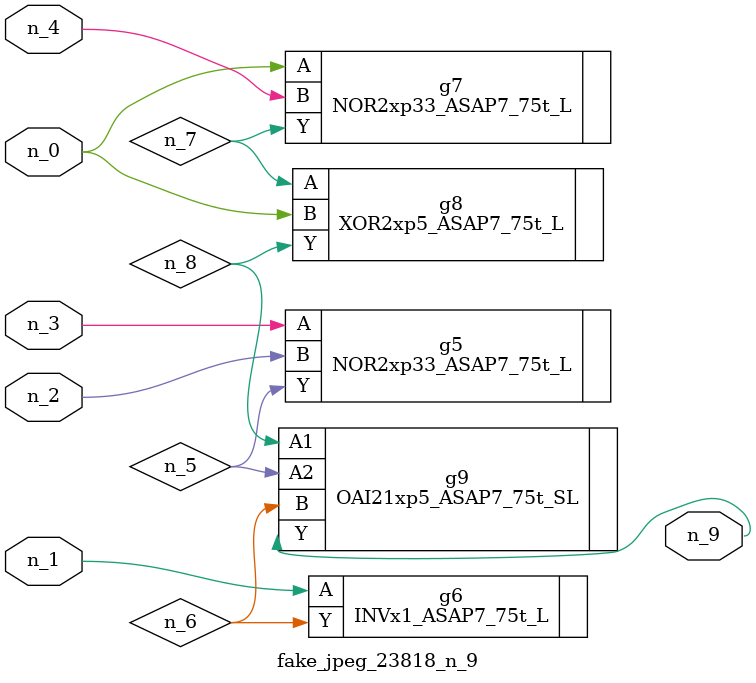
<source format=v>
module fake_jpeg_23818_n_9 (n_3, n_2, n_1, n_0, n_4, n_9);

input n_3;
input n_2;
input n_1;
input n_0;
input n_4;

output n_9;

wire n_8;
wire n_6;
wire n_5;
wire n_7;

NOR2xp33_ASAP7_75t_L g5 ( 
.A(n_3),
.B(n_2),
.Y(n_5)
);

INVx1_ASAP7_75t_L g6 ( 
.A(n_1),
.Y(n_6)
);

NOR2xp33_ASAP7_75t_L g7 ( 
.A(n_0),
.B(n_4),
.Y(n_7)
);

XOR2xp5_ASAP7_75t_L g8 ( 
.A(n_7),
.B(n_0),
.Y(n_8)
);

OAI21xp5_ASAP7_75t_SL g9 ( 
.A1(n_8),
.A2(n_5),
.B(n_6),
.Y(n_9)
);


endmodule
</source>
